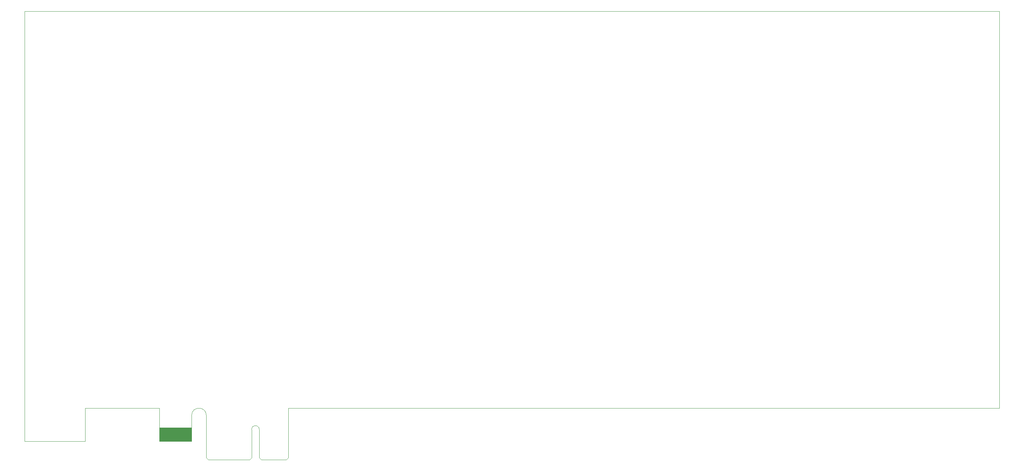
<source format=gbr>
G04 #@! TF.GenerationSoftware,KiCad,Pcbnew,(5.1.2)-2*
G04 #@! TF.CreationDate,2019-10-15T01:23:37+08:00*
G04 #@! TF.ProjectId,BrainPower,42726169-6e50-46f7-9765-722e6b696361,rev?*
G04 #@! TF.SameCoordinates,Original*
G04 #@! TF.FileFunction,Profile,NP*
%FSLAX46Y46*%
G04 Gerber Fmt 4.6, Leading zero omitted, Abs format (unit mm)*
G04 Created by KiCad (PCBNEW (5.1.2)-2) date 2019-10-15 01:23:37*
%MOMM*%
%LPD*%
G04 APERTURE LIST*
%ADD10C,0.100000*%
%ADD11C,0.254000*%
G04 APERTURE END LIST*
D10*
X145000000Y100500000D02*
X145000000Y110925000D01*
X141350000Y110925000D02*
G75*
G02X145000000Y110925000I1825000J0D01*
G01*
X156200000Y107450000D02*
G75*
G02X158100000Y107450000I950000J0D01*
G01*
X100000000Y211150000D02*
X341300000Y211150000D01*
X341300000Y112750000D02*
X341300000Y211150000D01*
X165300000Y112750000D02*
X341300000Y112750000D01*
X100000000Y104500000D02*
X100000000Y211150000D01*
X100000000Y104500000D02*
X115000000Y104500000D01*
X115000000Y104500000D02*
X115000000Y112750000D01*
X115000000Y112750000D02*
X133350000Y112750000D01*
X133350000Y104500000D02*
X133350000Y112750000D01*
X133350000Y104500000D02*
X141350000Y104500000D01*
X141350000Y104500000D02*
X141350000Y110925000D01*
X145500000Y100000000D02*
X155700000Y100000000D01*
X156200000Y100500000D02*
X156200000Y107450000D01*
X158100000Y100500000D02*
X158100000Y107450000D01*
X158600000Y100000000D02*
X164800000Y100000000D01*
X165300000Y100500000D02*
X165300000Y112750000D01*
X145000000Y100500000D02*
X145500000Y100000000D01*
X155700000Y100000000D02*
X156200000Y100500000D01*
X158100000Y100500000D02*
X158600000Y100000000D01*
X164800000Y100000000D02*
X165300000Y100500000D01*
D11*
G36*
X141223000Y104627000D02*
G01*
X133477000Y104627000D01*
X133477000Y107823000D01*
X141223000Y107823000D01*
X141223000Y104627000D01*
X141223000Y104627000D01*
G37*
X141223000Y104627000D02*
X133477000Y104627000D01*
X133477000Y107823000D01*
X141223000Y107823000D01*
X141223000Y104627000D01*
M02*

</source>
